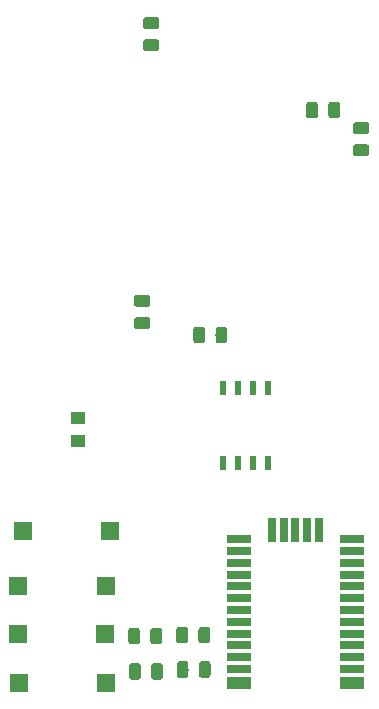
<source format=gbr>
G04 #@! TF.GenerationSoftware,KiCad,Pcbnew,(5.0.1)-rc2*
G04 #@! TF.CreationDate,2019-01-10T23:34:48-07:00*
G04 #@! TF.ProjectId,GPSLogger,4750534C6F676765722E6B696361645F,rev?*
G04 #@! TF.SameCoordinates,Original*
G04 #@! TF.FileFunction,Paste,Top*
G04 #@! TF.FilePolarity,Positive*
%FSLAX46Y46*%
G04 Gerber Fmt 4.6, Leading zero omitted, Abs format (unit mm)*
G04 Created by KiCad (PCBNEW (5.0.1)-rc2) date 1/10/2019 11:34:48 PM*
%MOMM*%
%LPD*%
G01*
G04 APERTURE LIST*
%ADD10C,0.100000*%
%ADD11C,0.975000*%
%ADD12R,1.500000X1.500000*%
%ADD13R,1.250000X1.000000*%
%ADD14R,0.508000X1.143000*%
%ADD15R,0.700000X2.000000*%
%ADD16R,2.000000X0.700000*%
%ADD17R,2.000000X1.000000*%
G04 APERTURE END LIST*
D10*
G04 #@! TO.C,D3*
G36*
X146396142Y-89217174D02*
X146419803Y-89220684D01*
X146443007Y-89226496D01*
X146465529Y-89234554D01*
X146487153Y-89244782D01*
X146507670Y-89257079D01*
X146526883Y-89271329D01*
X146544607Y-89287393D01*
X146560671Y-89305117D01*
X146574921Y-89324330D01*
X146587218Y-89344847D01*
X146597446Y-89366471D01*
X146605504Y-89388993D01*
X146611316Y-89412197D01*
X146614826Y-89435858D01*
X146616000Y-89459750D01*
X146616000Y-90372250D01*
X146614826Y-90396142D01*
X146611316Y-90419803D01*
X146605504Y-90443007D01*
X146597446Y-90465529D01*
X146587218Y-90487153D01*
X146574921Y-90507670D01*
X146560671Y-90526883D01*
X146544607Y-90544607D01*
X146526883Y-90560671D01*
X146507670Y-90574921D01*
X146487153Y-90587218D01*
X146465529Y-90597446D01*
X146443007Y-90605504D01*
X146419803Y-90611316D01*
X146396142Y-90614826D01*
X146372250Y-90616000D01*
X145884750Y-90616000D01*
X145860858Y-90614826D01*
X145837197Y-90611316D01*
X145813993Y-90605504D01*
X145791471Y-90597446D01*
X145769847Y-90587218D01*
X145749330Y-90574921D01*
X145730117Y-90560671D01*
X145712393Y-90544607D01*
X145696329Y-90526883D01*
X145682079Y-90507670D01*
X145669782Y-90487153D01*
X145659554Y-90465529D01*
X145651496Y-90443007D01*
X145645684Y-90419803D01*
X145642174Y-90396142D01*
X145641000Y-90372250D01*
X145641000Y-89459750D01*
X145642174Y-89435858D01*
X145645684Y-89412197D01*
X145651496Y-89388993D01*
X145659554Y-89366471D01*
X145669782Y-89344847D01*
X145682079Y-89324330D01*
X145696329Y-89305117D01*
X145712393Y-89287393D01*
X145730117Y-89271329D01*
X145749330Y-89257079D01*
X145769847Y-89244782D01*
X145791471Y-89234554D01*
X145813993Y-89226496D01*
X145837197Y-89220684D01*
X145860858Y-89217174D01*
X145884750Y-89216000D01*
X146372250Y-89216000D01*
X146396142Y-89217174D01*
X146396142Y-89217174D01*
G37*
D11*
X146128500Y-89916000D03*
D10*
G36*
X148271142Y-89217174D02*
X148294803Y-89220684D01*
X148318007Y-89226496D01*
X148340529Y-89234554D01*
X148362153Y-89244782D01*
X148382670Y-89257079D01*
X148401883Y-89271329D01*
X148419607Y-89287393D01*
X148435671Y-89305117D01*
X148449921Y-89324330D01*
X148462218Y-89344847D01*
X148472446Y-89366471D01*
X148480504Y-89388993D01*
X148486316Y-89412197D01*
X148489826Y-89435858D01*
X148491000Y-89459750D01*
X148491000Y-90372250D01*
X148489826Y-90396142D01*
X148486316Y-90419803D01*
X148480504Y-90443007D01*
X148472446Y-90465529D01*
X148462218Y-90487153D01*
X148449921Y-90507670D01*
X148435671Y-90526883D01*
X148419607Y-90544607D01*
X148401883Y-90560671D01*
X148382670Y-90574921D01*
X148362153Y-90587218D01*
X148340529Y-90597446D01*
X148318007Y-90605504D01*
X148294803Y-90611316D01*
X148271142Y-90614826D01*
X148247250Y-90616000D01*
X147759750Y-90616000D01*
X147735858Y-90614826D01*
X147712197Y-90611316D01*
X147688993Y-90605504D01*
X147666471Y-90597446D01*
X147644847Y-90587218D01*
X147624330Y-90574921D01*
X147605117Y-90560671D01*
X147587393Y-90544607D01*
X147571329Y-90526883D01*
X147557079Y-90507670D01*
X147544782Y-90487153D01*
X147534554Y-90465529D01*
X147526496Y-90443007D01*
X147520684Y-90419803D01*
X147517174Y-90396142D01*
X147516000Y-90372250D01*
X147516000Y-89459750D01*
X147517174Y-89435858D01*
X147520684Y-89412197D01*
X147526496Y-89388993D01*
X147534554Y-89366471D01*
X147544782Y-89344847D01*
X147557079Y-89324330D01*
X147571329Y-89305117D01*
X147587393Y-89287393D01*
X147605117Y-89271329D01*
X147624330Y-89257079D01*
X147644847Y-89244782D01*
X147666471Y-89234554D01*
X147688993Y-89226496D01*
X147712197Y-89220684D01*
X147735858Y-89217174D01*
X147759750Y-89216000D01*
X148247250Y-89216000D01*
X148271142Y-89217174D01*
X148271142Y-89217174D01*
G37*
D11*
X148003500Y-89916000D03*
G04 #@! TD*
D12*
G04 #@! TO.C,J8*
X140025000Y-81150000D03*
X132625000Y-81150000D03*
G04 #@! TD*
D13*
G04 #@! TO.C,C2*
X137350500Y-71501000D03*
X137350500Y-73501000D03*
G04 #@! TD*
D14*
G04 #@! TO.C,U5*
X153416000Y-68961000D03*
X152146000Y-68961000D03*
X150876000Y-68961000D03*
X149606000Y-68961000D03*
X149606000Y-75311000D03*
X150876000Y-75311000D03*
X152146000Y-75311000D03*
X153416000Y-75311000D03*
G04 #@! TD*
D15*
G04 #@! TO.C,U1*
X156728000Y-80996000D03*
X155728000Y-80996000D03*
X154728000Y-80996000D03*
X153728000Y-80996000D03*
X157728000Y-80996000D03*
D16*
X150928000Y-81796000D03*
X150928000Y-82796000D03*
X150928000Y-83796000D03*
X150928000Y-84796000D03*
X150928000Y-85796000D03*
X150928000Y-86796000D03*
X150928000Y-87796000D03*
X150928000Y-88796000D03*
X150928000Y-89796000D03*
X150928000Y-90796000D03*
X160528000Y-92796000D03*
X160528000Y-91796000D03*
X160528000Y-90796000D03*
X160528000Y-89796000D03*
X160528000Y-88796000D03*
X160528000Y-87796000D03*
X160528000Y-86796000D03*
X160528000Y-85796000D03*
X160528000Y-84796000D03*
X160528000Y-83796000D03*
X160528000Y-82796000D03*
X160528000Y-81796000D03*
X150928000Y-91796000D03*
X150928000Y-92796000D03*
D17*
X160528000Y-93946000D03*
X150928000Y-93946000D03*
G04 #@! TD*
D10*
G04 #@! TO.C,D1*
G36*
X146439142Y-92138174D02*
X146462803Y-92141684D01*
X146486007Y-92147496D01*
X146508529Y-92155554D01*
X146530153Y-92165782D01*
X146550670Y-92178079D01*
X146569883Y-92192329D01*
X146587607Y-92208393D01*
X146603671Y-92226117D01*
X146617921Y-92245330D01*
X146630218Y-92265847D01*
X146640446Y-92287471D01*
X146648504Y-92309993D01*
X146654316Y-92333197D01*
X146657826Y-92356858D01*
X146659000Y-92380750D01*
X146659000Y-93293250D01*
X146657826Y-93317142D01*
X146654316Y-93340803D01*
X146648504Y-93364007D01*
X146640446Y-93386529D01*
X146630218Y-93408153D01*
X146617921Y-93428670D01*
X146603671Y-93447883D01*
X146587607Y-93465607D01*
X146569883Y-93481671D01*
X146550670Y-93495921D01*
X146530153Y-93508218D01*
X146508529Y-93518446D01*
X146486007Y-93526504D01*
X146462803Y-93532316D01*
X146439142Y-93535826D01*
X146415250Y-93537000D01*
X145927750Y-93537000D01*
X145903858Y-93535826D01*
X145880197Y-93532316D01*
X145856993Y-93526504D01*
X145834471Y-93518446D01*
X145812847Y-93508218D01*
X145792330Y-93495921D01*
X145773117Y-93481671D01*
X145755393Y-93465607D01*
X145739329Y-93447883D01*
X145725079Y-93428670D01*
X145712782Y-93408153D01*
X145702554Y-93386529D01*
X145694496Y-93364007D01*
X145688684Y-93340803D01*
X145685174Y-93317142D01*
X145684000Y-93293250D01*
X145684000Y-92380750D01*
X145685174Y-92356858D01*
X145688684Y-92333197D01*
X145694496Y-92309993D01*
X145702554Y-92287471D01*
X145712782Y-92265847D01*
X145725079Y-92245330D01*
X145739329Y-92226117D01*
X145755393Y-92208393D01*
X145773117Y-92192329D01*
X145792330Y-92178079D01*
X145812847Y-92165782D01*
X145834471Y-92155554D01*
X145856993Y-92147496D01*
X145880197Y-92141684D01*
X145903858Y-92138174D01*
X145927750Y-92137000D01*
X146415250Y-92137000D01*
X146439142Y-92138174D01*
X146439142Y-92138174D01*
G37*
D11*
X146171500Y-92837000D03*
D10*
G36*
X148314142Y-92138174D02*
X148337803Y-92141684D01*
X148361007Y-92147496D01*
X148383529Y-92155554D01*
X148405153Y-92165782D01*
X148425670Y-92178079D01*
X148444883Y-92192329D01*
X148462607Y-92208393D01*
X148478671Y-92226117D01*
X148492921Y-92245330D01*
X148505218Y-92265847D01*
X148515446Y-92287471D01*
X148523504Y-92309993D01*
X148529316Y-92333197D01*
X148532826Y-92356858D01*
X148534000Y-92380750D01*
X148534000Y-93293250D01*
X148532826Y-93317142D01*
X148529316Y-93340803D01*
X148523504Y-93364007D01*
X148515446Y-93386529D01*
X148505218Y-93408153D01*
X148492921Y-93428670D01*
X148478671Y-93447883D01*
X148462607Y-93465607D01*
X148444883Y-93481671D01*
X148425670Y-93495921D01*
X148405153Y-93508218D01*
X148383529Y-93518446D01*
X148361007Y-93526504D01*
X148337803Y-93532316D01*
X148314142Y-93535826D01*
X148290250Y-93537000D01*
X147802750Y-93537000D01*
X147778858Y-93535826D01*
X147755197Y-93532316D01*
X147731993Y-93526504D01*
X147709471Y-93518446D01*
X147687847Y-93508218D01*
X147667330Y-93495921D01*
X147648117Y-93481671D01*
X147630393Y-93465607D01*
X147614329Y-93447883D01*
X147600079Y-93428670D01*
X147587782Y-93408153D01*
X147577554Y-93386529D01*
X147569496Y-93364007D01*
X147563684Y-93340803D01*
X147560174Y-93317142D01*
X147559000Y-93293250D01*
X147559000Y-92380750D01*
X147560174Y-92356858D01*
X147563684Y-92333197D01*
X147569496Y-92309993D01*
X147577554Y-92287471D01*
X147587782Y-92265847D01*
X147600079Y-92245330D01*
X147614329Y-92226117D01*
X147630393Y-92208393D01*
X147648117Y-92192329D01*
X147667330Y-92178079D01*
X147687847Y-92165782D01*
X147709471Y-92155554D01*
X147731993Y-92147496D01*
X147755197Y-92141684D01*
X147778858Y-92138174D01*
X147802750Y-92137000D01*
X148290250Y-92137000D01*
X148314142Y-92138174D01*
X148314142Y-92138174D01*
G37*
D11*
X148046500Y-92837000D03*
G04 #@! TD*
D10*
G04 #@! TO.C,D2*
G36*
X144267642Y-92301174D02*
X144291303Y-92304684D01*
X144314507Y-92310496D01*
X144337029Y-92318554D01*
X144358653Y-92328782D01*
X144379170Y-92341079D01*
X144398383Y-92355329D01*
X144416107Y-92371393D01*
X144432171Y-92389117D01*
X144446421Y-92408330D01*
X144458718Y-92428847D01*
X144468946Y-92450471D01*
X144477004Y-92472993D01*
X144482816Y-92496197D01*
X144486326Y-92519858D01*
X144487500Y-92543750D01*
X144487500Y-93456250D01*
X144486326Y-93480142D01*
X144482816Y-93503803D01*
X144477004Y-93527007D01*
X144468946Y-93549529D01*
X144458718Y-93571153D01*
X144446421Y-93591670D01*
X144432171Y-93610883D01*
X144416107Y-93628607D01*
X144398383Y-93644671D01*
X144379170Y-93658921D01*
X144358653Y-93671218D01*
X144337029Y-93681446D01*
X144314507Y-93689504D01*
X144291303Y-93695316D01*
X144267642Y-93698826D01*
X144243750Y-93700000D01*
X143756250Y-93700000D01*
X143732358Y-93698826D01*
X143708697Y-93695316D01*
X143685493Y-93689504D01*
X143662971Y-93681446D01*
X143641347Y-93671218D01*
X143620830Y-93658921D01*
X143601617Y-93644671D01*
X143583893Y-93628607D01*
X143567829Y-93610883D01*
X143553579Y-93591670D01*
X143541282Y-93571153D01*
X143531054Y-93549529D01*
X143522996Y-93527007D01*
X143517184Y-93503803D01*
X143513674Y-93480142D01*
X143512500Y-93456250D01*
X143512500Y-92543750D01*
X143513674Y-92519858D01*
X143517184Y-92496197D01*
X143522996Y-92472993D01*
X143531054Y-92450471D01*
X143541282Y-92428847D01*
X143553579Y-92408330D01*
X143567829Y-92389117D01*
X143583893Y-92371393D01*
X143601617Y-92355329D01*
X143620830Y-92341079D01*
X143641347Y-92328782D01*
X143662971Y-92318554D01*
X143685493Y-92310496D01*
X143708697Y-92304684D01*
X143732358Y-92301174D01*
X143756250Y-92300000D01*
X144243750Y-92300000D01*
X144267642Y-92301174D01*
X144267642Y-92301174D01*
G37*
D11*
X144000000Y-93000000D03*
D10*
G36*
X142392642Y-92301174D02*
X142416303Y-92304684D01*
X142439507Y-92310496D01*
X142462029Y-92318554D01*
X142483653Y-92328782D01*
X142504170Y-92341079D01*
X142523383Y-92355329D01*
X142541107Y-92371393D01*
X142557171Y-92389117D01*
X142571421Y-92408330D01*
X142583718Y-92428847D01*
X142593946Y-92450471D01*
X142602004Y-92472993D01*
X142607816Y-92496197D01*
X142611326Y-92519858D01*
X142612500Y-92543750D01*
X142612500Y-93456250D01*
X142611326Y-93480142D01*
X142607816Y-93503803D01*
X142602004Y-93527007D01*
X142593946Y-93549529D01*
X142583718Y-93571153D01*
X142571421Y-93591670D01*
X142557171Y-93610883D01*
X142541107Y-93628607D01*
X142523383Y-93644671D01*
X142504170Y-93658921D01*
X142483653Y-93671218D01*
X142462029Y-93681446D01*
X142439507Y-93689504D01*
X142416303Y-93695316D01*
X142392642Y-93698826D01*
X142368750Y-93700000D01*
X141881250Y-93700000D01*
X141857358Y-93698826D01*
X141833697Y-93695316D01*
X141810493Y-93689504D01*
X141787971Y-93681446D01*
X141766347Y-93671218D01*
X141745830Y-93658921D01*
X141726617Y-93644671D01*
X141708893Y-93628607D01*
X141692829Y-93610883D01*
X141678579Y-93591670D01*
X141666282Y-93571153D01*
X141656054Y-93549529D01*
X141647996Y-93527007D01*
X141642184Y-93503803D01*
X141638674Y-93480142D01*
X141637500Y-93456250D01*
X141637500Y-92543750D01*
X141638674Y-92519858D01*
X141642184Y-92496197D01*
X141647996Y-92472993D01*
X141656054Y-92450471D01*
X141666282Y-92428847D01*
X141678579Y-92408330D01*
X141692829Y-92389117D01*
X141708893Y-92371393D01*
X141726617Y-92355329D01*
X141745830Y-92341079D01*
X141766347Y-92328782D01*
X141787971Y-92318554D01*
X141810493Y-92310496D01*
X141833697Y-92304684D01*
X141857358Y-92301174D01*
X141881250Y-92300000D01*
X142368750Y-92300000D01*
X142392642Y-92301174D01*
X142392642Y-92301174D01*
G37*
D11*
X142125000Y-93000000D03*
G04 #@! TD*
D10*
G04 #@! TO.C,D4*
G36*
X142330142Y-89301174D02*
X142353803Y-89304684D01*
X142377007Y-89310496D01*
X142399529Y-89318554D01*
X142421153Y-89328782D01*
X142441670Y-89341079D01*
X142460883Y-89355329D01*
X142478607Y-89371393D01*
X142494671Y-89389117D01*
X142508921Y-89408330D01*
X142521218Y-89428847D01*
X142531446Y-89450471D01*
X142539504Y-89472993D01*
X142545316Y-89496197D01*
X142548826Y-89519858D01*
X142550000Y-89543750D01*
X142550000Y-90456250D01*
X142548826Y-90480142D01*
X142545316Y-90503803D01*
X142539504Y-90527007D01*
X142531446Y-90549529D01*
X142521218Y-90571153D01*
X142508921Y-90591670D01*
X142494671Y-90610883D01*
X142478607Y-90628607D01*
X142460883Y-90644671D01*
X142441670Y-90658921D01*
X142421153Y-90671218D01*
X142399529Y-90681446D01*
X142377007Y-90689504D01*
X142353803Y-90695316D01*
X142330142Y-90698826D01*
X142306250Y-90700000D01*
X141818750Y-90700000D01*
X141794858Y-90698826D01*
X141771197Y-90695316D01*
X141747993Y-90689504D01*
X141725471Y-90681446D01*
X141703847Y-90671218D01*
X141683330Y-90658921D01*
X141664117Y-90644671D01*
X141646393Y-90628607D01*
X141630329Y-90610883D01*
X141616079Y-90591670D01*
X141603782Y-90571153D01*
X141593554Y-90549529D01*
X141585496Y-90527007D01*
X141579684Y-90503803D01*
X141576174Y-90480142D01*
X141575000Y-90456250D01*
X141575000Y-89543750D01*
X141576174Y-89519858D01*
X141579684Y-89496197D01*
X141585496Y-89472993D01*
X141593554Y-89450471D01*
X141603782Y-89428847D01*
X141616079Y-89408330D01*
X141630329Y-89389117D01*
X141646393Y-89371393D01*
X141664117Y-89355329D01*
X141683330Y-89341079D01*
X141703847Y-89328782D01*
X141725471Y-89318554D01*
X141747993Y-89310496D01*
X141771197Y-89304684D01*
X141794858Y-89301174D01*
X141818750Y-89300000D01*
X142306250Y-89300000D01*
X142330142Y-89301174D01*
X142330142Y-89301174D01*
G37*
D11*
X142062500Y-90000000D03*
D10*
G36*
X144205142Y-89301174D02*
X144228803Y-89304684D01*
X144252007Y-89310496D01*
X144274529Y-89318554D01*
X144296153Y-89328782D01*
X144316670Y-89341079D01*
X144335883Y-89355329D01*
X144353607Y-89371393D01*
X144369671Y-89389117D01*
X144383921Y-89408330D01*
X144396218Y-89428847D01*
X144406446Y-89450471D01*
X144414504Y-89472993D01*
X144420316Y-89496197D01*
X144423826Y-89519858D01*
X144425000Y-89543750D01*
X144425000Y-90456250D01*
X144423826Y-90480142D01*
X144420316Y-90503803D01*
X144414504Y-90527007D01*
X144406446Y-90549529D01*
X144396218Y-90571153D01*
X144383921Y-90591670D01*
X144369671Y-90610883D01*
X144353607Y-90628607D01*
X144335883Y-90644671D01*
X144316670Y-90658921D01*
X144296153Y-90671218D01*
X144274529Y-90681446D01*
X144252007Y-90689504D01*
X144228803Y-90695316D01*
X144205142Y-90698826D01*
X144181250Y-90700000D01*
X143693750Y-90700000D01*
X143669858Y-90698826D01*
X143646197Y-90695316D01*
X143622993Y-90689504D01*
X143600471Y-90681446D01*
X143578847Y-90671218D01*
X143558330Y-90658921D01*
X143539117Y-90644671D01*
X143521393Y-90628607D01*
X143505329Y-90610883D01*
X143491079Y-90591670D01*
X143478782Y-90571153D01*
X143468554Y-90549529D01*
X143460496Y-90527007D01*
X143454684Y-90503803D01*
X143451174Y-90480142D01*
X143450000Y-90456250D01*
X143450000Y-89543750D01*
X143451174Y-89519858D01*
X143454684Y-89496197D01*
X143460496Y-89472993D01*
X143468554Y-89450471D01*
X143478782Y-89428847D01*
X143491079Y-89408330D01*
X143505329Y-89389117D01*
X143521393Y-89371393D01*
X143539117Y-89355329D01*
X143558330Y-89341079D01*
X143578847Y-89328782D01*
X143600471Y-89318554D01*
X143622993Y-89310496D01*
X143646197Y-89304684D01*
X143669858Y-89301174D01*
X143693750Y-89300000D01*
X144181250Y-89300000D01*
X144205142Y-89301174D01*
X144205142Y-89301174D01*
G37*
D11*
X143937500Y-90000000D03*
G04 #@! TD*
D10*
G04 #@! TO.C,D5*
G36*
X161770142Y-46503674D02*
X161793803Y-46507184D01*
X161817007Y-46512996D01*
X161839529Y-46521054D01*
X161861153Y-46531282D01*
X161881670Y-46543579D01*
X161900883Y-46557829D01*
X161918607Y-46573893D01*
X161934671Y-46591617D01*
X161948921Y-46610830D01*
X161961218Y-46631347D01*
X161971446Y-46652971D01*
X161979504Y-46675493D01*
X161985316Y-46698697D01*
X161988826Y-46722358D01*
X161990000Y-46746250D01*
X161990000Y-47233750D01*
X161988826Y-47257642D01*
X161985316Y-47281303D01*
X161979504Y-47304507D01*
X161971446Y-47327029D01*
X161961218Y-47348653D01*
X161948921Y-47369170D01*
X161934671Y-47388383D01*
X161918607Y-47406107D01*
X161900883Y-47422171D01*
X161881670Y-47436421D01*
X161861153Y-47448718D01*
X161839529Y-47458946D01*
X161817007Y-47467004D01*
X161793803Y-47472816D01*
X161770142Y-47476326D01*
X161746250Y-47477500D01*
X160833750Y-47477500D01*
X160809858Y-47476326D01*
X160786197Y-47472816D01*
X160762993Y-47467004D01*
X160740471Y-47458946D01*
X160718847Y-47448718D01*
X160698330Y-47436421D01*
X160679117Y-47422171D01*
X160661393Y-47406107D01*
X160645329Y-47388383D01*
X160631079Y-47369170D01*
X160618782Y-47348653D01*
X160608554Y-47327029D01*
X160600496Y-47304507D01*
X160594684Y-47281303D01*
X160591174Y-47257642D01*
X160590000Y-47233750D01*
X160590000Y-46746250D01*
X160591174Y-46722358D01*
X160594684Y-46698697D01*
X160600496Y-46675493D01*
X160608554Y-46652971D01*
X160618782Y-46631347D01*
X160631079Y-46610830D01*
X160645329Y-46591617D01*
X160661393Y-46573893D01*
X160679117Y-46557829D01*
X160698330Y-46543579D01*
X160718847Y-46531282D01*
X160740471Y-46521054D01*
X160762993Y-46512996D01*
X160786197Y-46507184D01*
X160809858Y-46503674D01*
X160833750Y-46502500D01*
X161746250Y-46502500D01*
X161770142Y-46503674D01*
X161770142Y-46503674D01*
G37*
D11*
X161290000Y-46990000D03*
D10*
G36*
X161770142Y-48378674D02*
X161793803Y-48382184D01*
X161817007Y-48387996D01*
X161839529Y-48396054D01*
X161861153Y-48406282D01*
X161881670Y-48418579D01*
X161900883Y-48432829D01*
X161918607Y-48448893D01*
X161934671Y-48466617D01*
X161948921Y-48485830D01*
X161961218Y-48506347D01*
X161971446Y-48527971D01*
X161979504Y-48550493D01*
X161985316Y-48573697D01*
X161988826Y-48597358D01*
X161990000Y-48621250D01*
X161990000Y-49108750D01*
X161988826Y-49132642D01*
X161985316Y-49156303D01*
X161979504Y-49179507D01*
X161971446Y-49202029D01*
X161961218Y-49223653D01*
X161948921Y-49244170D01*
X161934671Y-49263383D01*
X161918607Y-49281107D01*
X161900883Y-49297171D01*
X161881670Y-49311421D01*
X161861153Y-49323718D01*
X161839529Y-49333946D01*
X161817007Y-49342004D01*
X161793803Y-49347816D01*
X161770142Y-49351326D01*
X161746250Y-49352500D01*
X160833750Y-49352500D01*
X160809858Y-49351326D01*
X160786197Y-49347816D01*
X160762993Y-49342004D01*
X160740471Y-49333946D01*
X160718847Y-49323718D01*
X160698330Y-49311421D01*
X160679117Y-49297171D01*
X160661393Y-49281107D01*
X160645329Y-49263383D01*
X160631079Y-49244170D01*
X160618782Y-49223653D01*
X160608554Y-49202029D01*
X160600496Y-49179507D01*
X160594684Y-49156303D01*
X160591174Y-49132642D01*
X160590000Y-49108750D01*
X160590000Y-48621250D01*
X160591174Y-48597358D01*
X160594684Y-48573697D01*
X160600496Y-48550493D01*
X160608554Y-48527971D01*
X160618782Y-48506347D01*
X160631079Y-48485830D01*
X160645329Y-48466617D01*
X160661393Y-48448893D01*
X160679117Y-48432829D01*
X160698330Y-48418579D01*
X160718847Y-48406282D01*
X160740471Y-48396054D01*
X160762993Y-48387996D01*
X160786197Y-48382184D01*
X160809858Y-48378674D01*
X160833750Y-48377500D01*
X161746250Y-48377500D01*
X161770142Y-48378674D01*
X161770142Y-48378674D01*
G37*
D11*
X161290000Y-48865000D03*
G04 #@! TD*
D10*
G04 #@! TO.C,R1*
G36*
X143990142Y-39488674D02*
X144013803Y-39492184D01*
X144037007Y-39497996D01*
X144059529Y-39506054D01*
X144081153Y-39516282D01*
X144101670Y-39528579D01*
X144120883Y-39542829D01*
X144138607Y-39558893D01*
X144154671Y-39576617D01*
X144168921Y-39595830D01*
X144181218Y-39616347D01*
X144191446Y-39637971D01*
X144199504Y-39660493D01*
X144205316Y-39683697D01*
X144208826Y-39707358D01*
X144210000Y-39731250D01*
X144210000Y-40218750D01*
X144208826Y-40242642D01*
X144205316Y-40266303D01*
X144199504Y-40289507D01*
X144191446Y-40312029D01*
X144181218Y-40333653D01*
X144168921Y-40354170D01*
X144154671Y-40373383D01*
X144138607Y-40391107D01*
X144120883Y-40407171D01*
X144101670Y-40421421D01*
X144081153Y-40433718D01*
X144059529Y-40443946D01*
X144037007Y-40452004D01*
X144013803Y-40457816D01*
X143990142Y-40461326D01*
X143966250Y-40462500D01*
X143053750Y-40462500D01*
X143029858Y-40461326D01*
X143006197Y-40457816D01*
X142982993Y-40452004D01*
X142960471Y-40443946D01*
X142938847Y-40433718D01*
X142918330Y-40421421D01*
X142899117Y-40407171D01*
X142881393Y-40391107D01*
X142865329Y-40373383D01*
X142851079Y-40354170D01*
X142838782Y-40333653D01*
X142828554Y-40312029D01*
X142820496Y-40289507D01*
X142814684Y-40266303D01*
X142811174Y-40242642D01*
X142810000Y-40218750D01*
X142810000Y-39731250D01*
X142811174Y-39707358D01*
X142814684Y-39683697D01*
X142820496Y-39660493D01*
X142828554Y-39637971D01*
X142838782Y-39616347D01*
X142851079Y-39595830D01*
X142865329Y-39576617D01*
X142881393Y-39558893D01*
X142899117Y-39542829D01*
X142918330Y-39528579D01*
X142938847Y-39516282D01*
X142960471Y-39506054D01*
X142982993Y-39497996D01*
X143006197Y-39492184D01*
X143029858Y-39488674D01*
X143053750Y-39487500D01*
X143966250Y-39487500D01*
X143990142Y-39488674D01*
X143990142Y-39488674D01*
G37*
D11*
X143510000Y-39975000D03*
D10*
G36*
X143990142Y-37613674D02*
X144013803Y-37617184D01*
X144037007Y-37622996D01*
X144059529Y-37631054D01*
X144081153Y-37641282D01*
X144101670Y-37653579D01*
X144120883Y-37667829D01*
X144138607Y-37683893D01*
X144154671Y-37701617D01*
X144168921Y-37720830D01*
X144181218Y-37741347D01*
X144191446Y-37762971D01*
X144199504Y-37785493D01*
X144205316Y-37808697D01*
X144208826Y-37832358D01*
X144210000Y-37856250D01*
X144210000Y-38343750D01*
X144208826Y-38367642D01*
X144205316Y-38391303D01*
X144199504Y-38414507D01*
X144191446Y-38437029D01*
X144181218Y-38458653D01*
X144168921Y-38479170D01*
X144154671Y-38498383D01*
X144138607Y-38516107D01*
X144120883Y-38532171D01*
X144101670Y-38546421D01*
X144081153Y-38558718D01*
X144059529Y-38568946D01*
X144037007Y-38577004D01*
X144013803Y-38582816D01*
X143990142Y-38586326D01*
X143966250Y-38587500D01*
X143053750Y-38587500D01*
X143029858Y-38586326D01*
X143006197Y-38582816D01*
X142982993Y-38577004D01*
X142960471Y-38568946D01*
X142938847Y-38558718D01*
X142918330Y-38546421D01*
X142899117Y-38532171D01*
X142881393Y-38516107D01*
X142865329Y-38498383D01*
X142851079Y-38479170D01*
X142838782Y-38458653D01*
X142828554Y-38437029D01*
X142820496Y-38414507D01*
X142814684Y-38391303D01*
X142811174Y-38367642D01*
X142810000Y-38343750D01*
X142810000Y-37856250D01*
X142811174Y-37832358D01*
X142814684Y-37808697D01*
X142820496Y-37785493D01*
X142828554Y-37762971D01*
X142838782Y-37741347D01*
X142851079Y-37720830D01*
X142865329Y-37701617D01*
X142881393Y-37683893D01*
X142899117Y-37667829D01*
X142918330Y-37653579D01*
X142938847Y-37641282D01*
X142960471Y-37631054D01*
X142982993Y-37622996D01*
X143006197Y-37617184D01*
X143029858Y-37613674D01*
X143053750Y-37612500D01*
X143966250Y-37612500D01*
X143990142Y-37613674D01*
X143990142Y-37613674D01*
G37*
D11*
X143510000Y-38100000D03*
G04 #@! TD*
D10*
G04 #@! TO.C,R10*
G36*
X143228142Y-61138674D02*
X143251803Y-61142184D01*
X143275007Y-61147996D01*
X143297529Y-61156054D01*
X143319153Y-61166282D01*
X143339670Y-61178579D01*
X143358883Y-61192829D01*
X143376607Y-61208893D01*
X143392671Y-61226617D01*
X143406921Y-61245830D01*
X143419218Y-61266347D01*
X143429446Y-61287971D01*
X143437504Y-61310493D01*
X143443316Y-61333697D01*
X143446826Y-61357358D01*
X143448000Y-61381250D01*
X143448000Y-61868750D01*
X143446826Y-61892642D01*
X143443316Y-61916303D01*
X143437504Y-61939507D01*
X143429446Y-61962029D01*
X143419218Y-61983653D01*
X143406921Y-62004170D01*
X143392671Y-62023383D01*
X143376607Y-62041107D01*
X143358883Y-62057171D01*
X143339670Y-62071421D01*
X143319153Y-62083718D01*
X143297529Y-62093946D01*
X143275007Y-62102004D01*
X143251803Y-62107816D01*
X143228142Y-62111326D01*
X143204250Y-62112500D01*
X142291750Y-62112500D01*
X142267858Y-62111326D01*
X142244197Y-62107816D01*
X142220993Y-62102004D01*
X142198471Y-62093946D01*
X142176847Y-62083718D01*
X142156330Y-62071421D01*
X142137117Y-62057171D01*
X142119393Y-62041107D01*
X142103329Y-62023383D01*
X142089079Y-62004170D01*
X142076782Y-61983653D01*
X142066554Y-61962029D01*
X142058496Y-61939507D01*
X142052684Y-61916303D01*
X142049174Y-61892642D01*
X142048000Y-61868750D01*
X142048000Y-61381250D01*
X142049174Y-61357358D01*
X142052684Y-61333697D01*
X142058496Y-61310493D01*
X142066554Y-61287971D01*
X142076782Y-61266347D01*
X142089079Y-61245830D01*
X142103329Y-61226617D01*
X142119393Y-61208893D01*
X142137117Y-61192829D01*
X142156330Y-61178579D01*
X142176847Y-61166282D01*
X142198471Y-61156054D01*
X142220993Y-61147996D01*
X142244197Y-61142184D01*
X142267858Y-61138674D01*
X142291750Y-61137500D01*
X143204250Y-61137500D01*
X143228142Y-61138674D01*
X143228142Y-61138674D01*
G37*
D11*
X142748000Y-61625000D03*
D10*
G36*
X143228142Y-63013674D02*
X143251803Y-63017184D01*
X143275007Y-63022996D01*
X143297529Y-63031054D01*
X143319153Y-63041282D01*
X143339670Y-63053579D01*
X143358883Y-63067829D01*
X143376607Y-63083893D01*
X143392671Y-63101617D01*
X143406921Y-63120830D01*
X143419218Y-63141347D01*
X143429446Y-63162971D01*
X143437504Y-63185493D01*
X143443316Y-63208697D01*
X143446826Y-63232358D01*
X143448000Y-63256250D01*
X143448000Y-63743750D01*
X143446826Y-63767642D01*
X143443316Y-63791303D01*
X143437504Y-63814507D01*
X143429446Y-63837029D01*
X143419218Y-63858653D01*
X143406921Y-63879170D01*
X143392671Y-63898383D01*
X143376607Y-63916107D01*
X143358883Y-63932171D01*
X143339670Y-63946421D01*
X143319153Y-63958718D01*
X143297529Y-63968946D01*
X143275007Y-63977004D01*
X143251803Y-63982816D01*
X143228142Y-63986326D01*
X143204250Y-63987500D01*
X142291750Y-63987500D01*
X142267858Y-63986326D01*
X142244197Y-63982816D01*
X142220993Y-63977004D01*
X142198471Y-63968946D01*
X142176847Y-63958718D01*
X142156330Y-63946421D01*
X142137117Y-63932171D01*
X142119393Y-63916107D01*
X142103329Y-63898383D01*
X142089079Y-63879170D01*
X142076782Y-63858653D01*
X142066554Y-63837029D01*
X142058496Y-63814507D01*
X142052684Y-63791303D01*
X142049174Y-63767642D01*
X142048000Y-63743750D01*
X142048000Y-63256250D01*
X142049174Y-63232358D01*
X142052684Y-63208697D01*
X142058496Y-63185493D01*
X142066554Y-63162971D01*
X142076782Y-63141347D01*
X142089079Y-63120830D01*
X142103329Y-63101617D01*
X142119393Y-63083893D01*
X142137117Y-63067829D01*
X142156330Y-63053579D01*
X142176847Y-63041282D01*
X142198471Y-63031054D01*
X142220993Y-63022996D01*
X142244197Y-63017184D01*
X142267858Y-63013674D01*
X142291750Y-63012500D01*
X143204250Y-63012500D01*
X143228142Y-63013674D01*
X143228142Y-63013674D01*
G37*
D11*
X142748000Y-63500000D03*
G04 #@! TD*
D10*
G04 #@! TO.C,R11*
G36*
X147841642Y-63817174D02*
X147865303Y-63820684D01*
X147888507Y-63826496D01*
X147911029Y-63834554D01*
X147932653Y-63844782D01*
X147953170Y-63857079D01*
X147972383Y-63871329D01*
X147990107Y-63887393D01*
X148006171Y-63905117D01*
X148020421Y-63924330D01*
X148032718Y-63944847D01*
X148042946Y-63966471D01*
X148051004Y-63988993D01*
X148056816Y-64012197D01*
X148060326Y-64035858D01*
X148061500Y-64059750D01*
X148061500Y-64972250D01*
X148060326Y-64996142D01*
X148056816Y-65019803D01*
X148051004Y-65043007D01*
X148042946Y-65065529D01*
X148032718Y-65087153D01*
X148020421Y-65107670D01*
X148006171Y-65126883D01*
X147990107Y-65144607D01*
X147972383Y-65160671D01*
X147953170Y-65174921D01*
X147932653Y-65187218D01*
X147911029Y-65197446D01*
X147888507Y-65205504D01*
X147865303Y-65211316D01*
X147841642Y-65214826D01*
X147817750Y-65216000D01*
X147330250Y-65216000D01*
X147306358Y-65214826D01*
X147282697Y-65211316D01*
X147259493Y-65205504D01*
X147236971Y-65197446D01*
X147215347Y-65187218D01*
X147194830Y-65174921D01*
X147175617Y-65160671D01*
X147157893Y-65144607D01*
X147141829Y-65126883D01*
X147127579Y-65107670D01*
X147115282Y-65087153D01*
X147105054Y-65065529D01*
X147096996Y-65043007D01*
X147091184Y-65019803D01*
X147087674Y-64996142D01*
X147086500Y-64972250D01*
X147086500Y-64059750D01*
X147087674Y-64035858D01*
X147091184Y-64012197D01*
X147096996Y-63988993D01*
X147105054Y-63966471D01*
X147115282Y-63944847D01*
X147127579Y-63924330D01*
X147141829Y-63905117D01*
X147157893Y-63887393D01*
X147175617Y-63871329D01*
X147194830Y-63857079D01*
X147215347Y-63844782D01*
X147236971Y-63834554D01*
X147259493Y-63826496D01*
X147282697Y-63820684D01*
X147306358Y-63817174D01*
X147330250Y-63816000D01*
X147817750Y-63816000D01*
X147841642Y-63817174D01*
X147841642Y-63817174D01*
G37*
D11*
X147574000Y-64516000D03*
D10*
G36*
X149716642Y-63817174D02*
X149740303Y-63820684D01*
X149763507Y-63826496D01*
X149786029Y-63834554D01*
X149807653Y-63844782D01*
X149828170Y-63857079D01*
X149847383Y-63871329D01*
X149865107Y-63887393D01*
X149881171Y-63905117D01*
X149895421Y-63924330D01*
X149907718Y-63944847D01*
X149917946Y-63966471D01*
X149926004Y-63988993D01*
X149931816Y-64012197D01*
X149935326Y-64035858D01*
X149936500Y-64059750D01*
X149936500Y-64972250D01*
X149935326Y-64996142D01*
X149931816Y-65019803D01*
X149926004Y-65043007D01*
X149917946Y-65065529D01*
X149907718Y-65087153D01*
X149895421Y-65107670D01*
X149881171Y-65126883D01*
X149865107Y-65144607D01*
X149847383Y-65160671D01*
X149828170Y-65174921D01*
X149807653Y-65187218D01*
X149786029Y-65197446D01*
X149763507Y-65205504D01*
X149740303Y-65211316D01*
X149716642Y-65214826D01*
X149692750Y-65216000D01*
X149205250Y-65216000D01*
X149181358Y-65214826D01*
X149157697Y-65211316D01*
X149134493Y-65205504D01*
X149111971Y-65197446D01*
X149090347Y-65187218D01*
X149069830Y-65174921D01*
X149050617Y-65160671D01*
X149032893Y-65144607D01*
X149016829Y-65126883D01*
X149002579Y-65107670D01*
X148990282Y-65087153D01*
X148980054Y-65065529D01*
X148971996Y-65043007D01*
X148966184Y-65019803D01*
X148962674Y-64996142D01*
X148961500Y-64972250D01*
X148961500Y-64059750D01*
X148962674Y-64035858D01*
X148966184Y-64012197D01*
X148971996Y-63988993D01*
X148980054Y-63966471D01*
X148990282Y-63944847D01*
X149002579Y-63924330D01*
X149016829Y-63905117D01*
X149032893Y-63887393D01*
X149050617Y-63871329D01*
X149069830Y-63857079D01*
X149090347Y-63844782D01*
X149111971Y-63834554D01*
X149134493Y-63826496D01*
X149157697Y-63820684D01*
X149181358Y-63817174D01*
X149205250Y-63816000D01*
X149692750Y-63816000D01*
X149716642Y-63817174D01*
X149716642Y-63817174D01*
G37*
D11*
X149449000Y-64516000D03*
G04 #@! TD*
D10*
G04 #@! TO.C,R13*
G36*
X159271642Y-44767174D02*
X159295303Y-44770684D01*
X159318507Y-44776496D01*
X159341029Y-44784554D01*
X159362653Y-44794782D01*
X159383170Y-44807079D01*
X159402383Y-44821329D01*
X159420107Y-44837393D01*
X159436171Y-44855117D01*
X159450421Y-44874330D01*
X159462718Y-44894847D01*
X159472946Y-44916471D01*
X159481004Y-44938993D01*
X159486816Y-44962197D01*
X159490326Y-44985858D01*
X159491500Y-45009750D01*
X159491500Y-45922250D01*
X159490326Y-45946142D01*
X159486816Y-45969803D01*
X159481004Y-45993007D01*
X159472946Y-46015529D01*
X159462718Y-46037153D01*
X159450421Y-46057670D01*
X159436171Y-46076883D01*
X159420107Y-46094607D01*
X159402383Y-46110671D01*
X159383170Y-46124921D01*
X159362653Y-46137218D01*
X159341029Y-46147446D01*
X159318507Y-46155504D01*
X159295303Y-46161316D01*
X159271642Y-46164826D01*
X159247750Y-46166000D01*
X158760250Y-46166000D01*
X158736358Y-46164826D01*
X158712697Y-46161316D01*
X158689493Y-46155504D01*
X158666971Y-46147446D01*
X158645347Y-46137218D01*
X158624830Y-46124921D01*
X158605617Y-46110671D01*
X158587893Y-46094607D01*
X158571829Y-46076883D01*
X158557579Y-46057670D01*
X158545282Y-46037153D01*
X158535054Y-46015529D01*
X158526996Y-45993007D01*
X158521184Y-45969803D01*
X158517674Y-45946142D01*
X158516500Y-45922250D01*
X158516500Y-45009750D01*
X158517674Y-44985858D01*
X158521184Y-44962197D01*
X158526996Y-44938993D01*
X158535054Y-44916471D01*
X158545282Y-44894847D01*
X158557579Y-44874330D01*
X158571829Y-44855117D01*
X158587893Y-44837393D01*
X158605617Y-44821329D01*
X158624830Y-44807079D01*
X158645347Y-44794782D01*
X158666971Y-44784554D01*
X158689493Y-44776496D01*
X158712697Y-44770684D01*
X158736358Y-44767174D01*
X158760250Y-44766000D01*
X159247750Y-44766000D01*
X159271642Y-44767174D01*
X159271642Y-44767174D01*
G37*
D11*
X159004000Y-45466000D03*
D10*
G36*
X157396642Y-44767174D02*
X157420303Y-44770684D01*
X157443507Y-44776496D01*
X157466029Y-44784554D01*
X157487653Y-44794782D01*
X157508170Y-44807079D01*
X157527383Y-44821329D01*
X157545107Y-44837393D01*
X157561171Y-44855117D01*
X157575421Y-44874330D01*
X157587718Y-44894847D01*
X157597946Y-44916471D01*
X157606004Y-44938993D01*
X157611816Y-44962197D01*
X157615326Y-44985858D01*
X157616500Y-45009750D01*
X157616500Y-45922250D01*
X157615326Y-45946142D01*
X157611816Y-45969803D01*
X157606004Y-45993007D01*
X157597946Y-46015529D01*
X157587718Y-46037153D01*
X157575421Y-46057670D01*
X157561171Y-46076883D01*
X157545107Y-46094607D01*
X157527383Y-46110671D01*
X157508170Y-46124921D01*
X157487653Y-46137218D01*
X157466029Y-46147446D01*
X157443507Y-46155504D01*
X157420303Y-46161316D01*
X157396642Y-46164826D01*
X157372750Y-46166000D01*
X156885250Y-46166000D01*
X156861358Y-46164826D01*
X156837697Y-46161316D01*
X156814493Y-46155504D01*
X156791971Y-46147446D01*
X156770347Y-46137218D01*
X156749830Y-46124921D01*
X156730617Y-46110671D01*
X156712893Y-46094607D01*
X156696829Y-46076883D01*
X156682579Y-46057670D01*
X156670282Y-46037153D01*
X156660054Y-46015529D01*
X156651996Y-45993007D01*
X156646184Y-45969803D01*
X156642674Y-45946142D01*
X156641500Y-45922250D01*
X156641500Y-45009750D01*
X156642674Y-44985858D01*
X156646184Y-44962197D01*
X156651996Y-44938993D01*
X156660054Y-44916471D01*
X156670282Y-44894847D01*
X156682579Y-44874330D01*
X156696829Y-44855117D01*
X156712893Y-44837393D01*
X156730617Y-44821329D01*
X156749830Y-44807079D01*
X156770347Y-44794782D01*
X156791971Y-44784554D01*
X156814493Y-44776496D01*
X156837697Y-44770684D01*
X156861358Y-44767174D01*
X156885250Y-44766000D01*
X157372750Y-44766000D01*
X157396642Y-44767174D01*
X157396642Y-44767174D01*
G37*
D11*
X157129000Y-45466000D03*
G04 #@! TD*
D12*
G04 #@! TO.C,J5*
X139700000Y-94000000D03*
X132300000Y-94000000D03*
G04 #@! TD*
G04 #@! TO.C,J6*
X139650000Y-85750000D03*
X132250000Y-85750000D03*
G04 #@! TD*
G04 #@! TO.C,J7*
X132225000Y-89850000D03*
X139625000Y-89850000D03*
G04 #@! TD*
M02*

</source>
